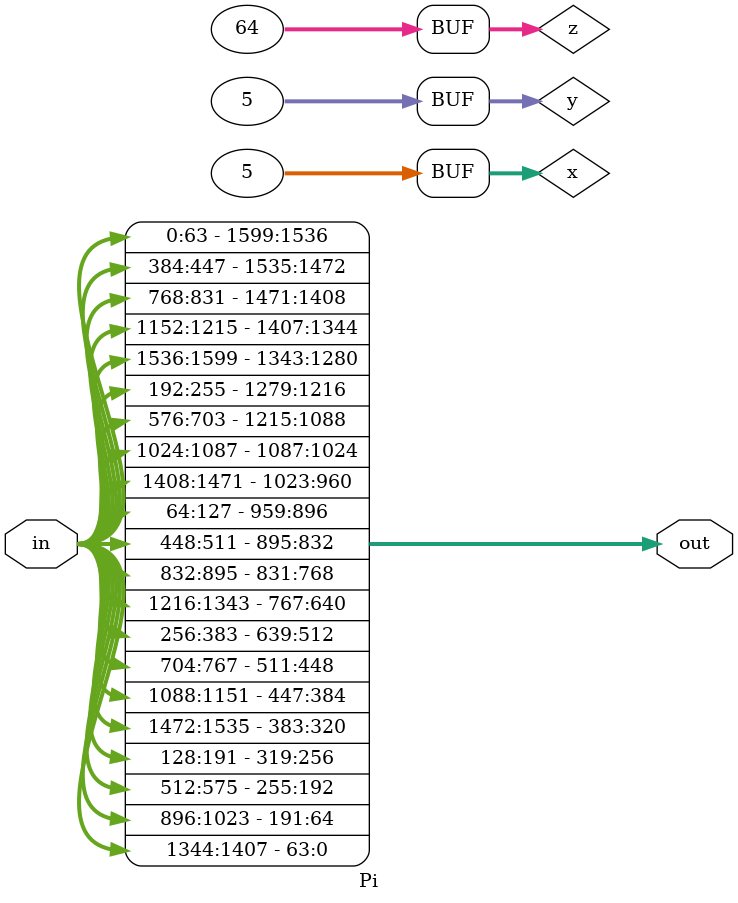
<source format=v>
module Pi (
    in,out
);
input [0:1599] in;
output reg [0:1599] out;

integer x,y,z;

always @(*) begin
    for(x=0;x<5;x=x+1)begin
        for (y = 0;y<5 ;y=y+1 ) begin
            for (z = 0;z<64;z=z+1 ) begin
                out[64*(5*y+x)+z] = in[64*(5*x+((x+3*y)%5))+z];
            end
        end
    end
end
    
endmodule
</source>
